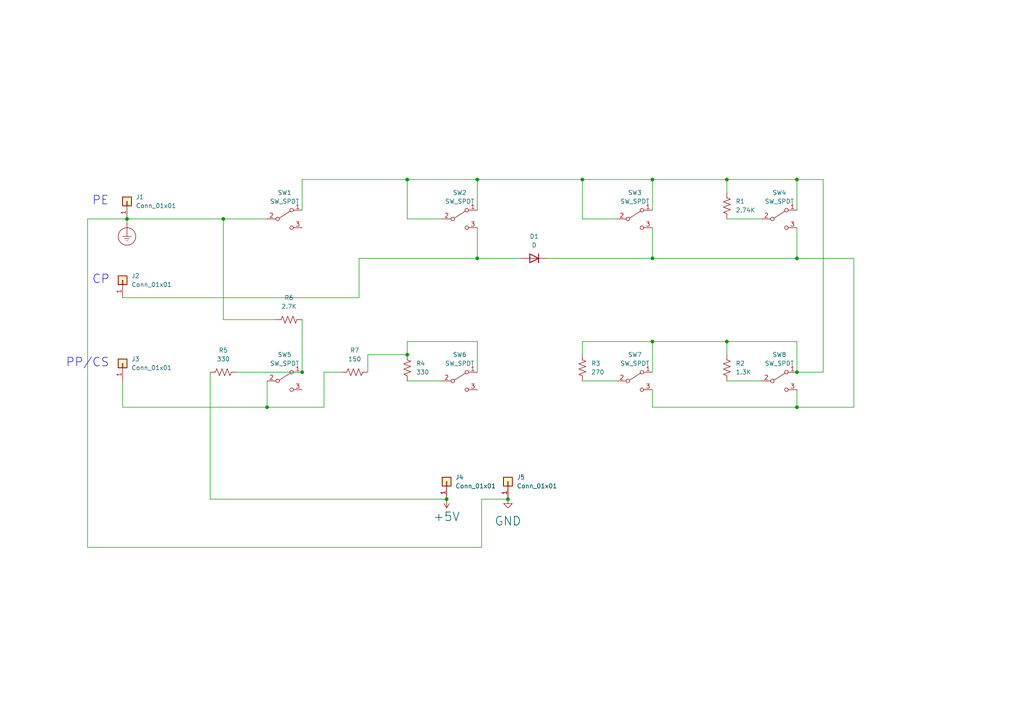
<source format=kicad_sch>
(kicad_sch (version 20230121) (generator eeschema)
  (paper "A4")
  (title_block (title "Control Pilot PCB") (date "12/14/2023") (rev "1.0") (company "Power Innovations International") (comment 3 "Created By: Homer Morrill"))
  (lib_symbols
    (symbol "Connector_Generic:Conn_01x01" (pin_names (offset 1.016) hide)
      (property "Reference" "J" (at 0 2.54 0))
      (property "Value" "Conn_01x01" (at 0 -2.54 0))
      (symbol "Conn_01x01_1_1"
        (rectangle (start -1.27 0.127) (end 0 -0.127) (stroke (width 0.1524)))
        (rectangle (start -1.27 1.27) (end 1.27 -1.27) (stroke (width 0.254)) (fill (type background)))
        (pin passive line (at -5.08 0 0) (length 3.81) (name "Pin_1") (number "1"))
      )
    )
    (symbol "Device:D" (pin_numbers hide) (pin_names (offset 1.016) hide)
      (property "Reference" "D" (at 0 2.54 0))
      (property "Value" "D" (at 0 -2.54 0))
      (symbol "D_0_1"
        (polyline (pts (xy -1.27 1.27) (xy -1.27 -1.27)) (stroke (width 0.254)))
        (polyline (pts (xy 1.27 0) (xy -1.27 0)))
        (polyline (pts (xy 1.27 1.27) (xy 1.27 -1.27) (xy -1.27 0) (xy 1.27 1.27)) (stroke (width 0.254)))
      )
      (symbol "D_1_1"
        (pin passive line (at -3.81 0 0) (length 2.54) (name "K") (number "1"))
        (pin passive line (at 3.81 0 180) (length 2.54) (name "A") (number "2"))
      )
    )
    (symbol "Device:R_US" (pin_numbers hide) (pin_names (offset 0))
      (property "Reference" "R" (at 2.54 0 90))
      (property "Value" "R_US" (at -2.54 0 90))
      (symbol "R_US_0_1"
        (polyline (pts (xy 0 -2.286) (xy 0 -2.54)))
        (polyline (pts (xy 0 2.286) (xy 0 2.54)))
        (polyline (pts (xy 0 -0.762) (xy 1.016 -1.143) (xy 0 -1.524) (xy -1.016 -1.905) (xy 0 -2.286)))
        (polyline (pts (xy 0 0.762) (xy 1.016 0.381) (xy 0 0) (xy -1.016 -0.381) (xy 0 -0.762)))
        (polyline (pts (xy 0 2.286) (xy 1.016 1.905) (xy 0 1.524) (xy -1.016 1.143) (xy 0 0.762)))
      )
      (symbol "R_US_1_1"
        (pin passive line (at 0 3.81 270) (length 1.27) (name "~") (number "1"))
        (pin passive line (at 0 -3.81 90) (length 1.27) (name "~") (number "2"))
      )
    )
    (symbol "Switch:SW_SPDT" (pin_names (offset 0) hide)
      (property "Reference" "SW" (at 0 4.318 0))
      (property "Value" "SW_SPDT" (at 0 -5.08 0))
      (symbol "SW_SPDT_0_0"
        (circle (center -2.032 0) (radius 0.508))
        (circle (center 2.032 -2.54) (radius 0.508))
      )
      (symbol "SW_SPDT_0_1"
        (polyline (pts (xy -1.524 0.254) (xy 1.651 2.286)))
        (circle (center 2.032 2.54) (radius 0.508))
      )
      (symbol "SW_SPDT_1_1"
        (pin passive line (at 5.08 2.54 180) (length 2.54) (name "A") (number "1"))
        (pin passive line (at -5.08 0 0) (length 2.54) (name "B") (number "2"))
        (pin passive line (at 5.08 -2.54 180) (length 2.54) (name "C") (number "3"))
      )
    )
    (symbol "power:+5V" (power) (pin_names (offset 0))
      (property "Value" "+5V" (at 0 3.556 0))
      (symbol "+5V_0_1"
        (polyline (pts (xy -0.762 1.27) (xy 0 2.54)))
        (polyline (pts (xy 0 0) (xy 0 2.54)))
        (polyline (pts (xy 0 2.54) (xy 0.762 1.27)))
      )
      (symbol "+5V_1_1"
        (pin power_in line (at 0 0 90) (length 0) hide (name "+5V") (number "1"))
      )
    )
    (symbol "power:Earth_Protective" (power) (pin_names (offset 0))
      (symbol "Earth_Protective_0_1"
        (circle (center 0 -3.81) (radius 2.54))
        (polyline (pts (xy -0.635 -4.445) (xy 0.635 -4.445)))
        (polyline (pts (xy -0.127 -5.08) (xy 0.127 -5.08)))
        (polyline (pts (xy 0 -3.81) (xy 0 0)))
        (polyline (pts (xy 1.27 -3.81) (xy -1.27 -3.81)))
      )
      (symbol "Earth_Protective_1_1"
        (pin power_in line (at 0 0 270) (length 0) hide (name "Earth_Protective") (number "1"))
      )
    )
    (symbol "power:GND" (power) (pin_names (offset 0))
      (property "Value" "GND" (at 0 -3.81 0))
      (symbol "GND_0_1"
        (polyline (pts (xy 0 0) (xy 0 -1.27) (xy 1.27 -1.27) (xy 0 -2.54) (xy -1.27 -1.27) (xy 0 -1.27)))
      )
      (symbol "GND_1_1"
        (pin power_in line (at 0 0 270) (length 0) hide (name "GND") (number "1"))
      )
    )
  )
  (junction (at 231.14 74.93))
  (junction (at 231.14 52.07))
  (junction (at 77.47 118.11))
  (junction (at 168.91 52.07))
  (junction (at 189.23 52.07))
  (junction (at 210.82 52.07))
  (junction (at 189.23 99.06))
  (junction (at 231.14 118.11))
  (junction (at 64.77 63.5))
  (junction (at 36.83 63.5))
  (junction (at 147.32 144.78))
  (junction (at 129.54 144.78))
  (junction (at 210.82 99.06))
  (junction (at 189.23 74.93))
  (junction (at 87.63 107.95))
  (junction (at 118.11 52.07))
  (junction (at 138.43 52.07))
  (junction (at 231.14 107.95))
  (junction (at 118.11 102.87))
  (junction (at 138.43 74.93))
  (wire (pts (xy 231.14 107.95) (xy 238.76 107.95)))
  (wire (pts (xy 189.23 113.03) (xy 189.23 118.11)))
  (wire (pts (xy 36.83 63.5) (xy 36.83 64.77)))
  (wire (pts (xy 247.65 74.93) (xy 247.65 118.11)))
  (wire (pts (xy 118.11 99.06) (xy 138.43 99.06)))
  (wire (pts (xy 77.47 118.11) (xy 93.98 118.11)))
  (wire (pts (xy 210.82 52.07) (xy 210.82 55.88)))
  (wire (pts (xy 60.96 144.78) (xy 129.54 144.78)))
  (wire (pts (xy 189.23 118.11) (xy 231.14 118.11)))
  (wire (pts (xy 118.11 52.07) (xy 118.11 63.5)))
  (wire (pts (xy 210.82 63.5) (xy 220.98 63.5)))
  (wire (pts (xy 35.56 118.11) (xy 77.47 118.11)))
  (wire (pts (xy 210.82 99.06) (xy 210.82 102.87)))
  (wire (pts (xy 189.23 52.07) (xy 189.23 60.96)))
  (wire (pts (xy 68.58 107.95) (xy 87.63 107.95)))
  (wire (pts (xy 138.43 74.93) (xy 104.14 74.93)))
  (wire (pts (xy 138.43 99.06) (xy 138.43 107.95)))
  (wire (pts (xy 210.82 110.49) (xy 220.98 110.49)))
  (wire (pts (xy 106.68 102.87) (xy 118.11 102.87)))
  (wire (pts (xy 231.14 113.03) (xy 231.14 118.11)))
  (wire (pts (xy 138.43 66.04) (xy 138.43 74.93)))
  (wire (pts (xy 189.23 74.93) (xy 231.14 74.93)))
  (wire (pts (xy 168.91 99.06) (xy 189.23 99.06)))
  (wire (pts (xy 210.82 99.06) (xy 231.14 99.06)))
  (wire (pts (xy 189.23 66.04) (xy 189.23 74.93)))
  (wire (pts (xy 106.68 107.95) (xy 106.68 102.87)))
  (wire (pts (xy 118.11 99.06) (xy 118.11 102.87)))
  (wire (pts (xy 168.91 99.06) (xy 168.91 102.87)))
  (wire (pts (xy 87.63 52.07) (xy 87.63 60.96)))
  (wire (pts (xy 87.63 92.71) (xy 87.63 107.95)))
  (wire (pts (xy 87.63 52.07) (xy 118.11 52.07)))
  (wire (pts (xy 77.47 63.5) (xy 64.77 63.5)))
  (wire (pts (xy 179.07 63.5) (xy 168.91 63.5)))
  (wire (pts (xy 238.76 52.07) (xy 231.14 52.07)))
  (wire (pts (xy 189.23 99.06) (xy 189.23 107.95)))
  (wire (pts (xy 93.98 107.95) (xy 99.06 107.95)))
  (wire (pts (xy 35.56 118.11) (xy 35.56 110.49)))
  (wire (pts (xy 25.4 158.75) (xy 25.4 63.5)))
  (wire (pts (xy 77.47 118.11) (xy 77.47 110.49)))
  (wire (pts (xy 238.76 107.95) (xy 238.76 52.07)))
  (wire (pts (xy 139.7 144.78) (xy 139.7 158.75)))
  (wire (pts (xy 147.32 144.78) (xy 139.7 144.78)))
  (wire (pts (xy 118.11 52.07) (xy 138.43 52.07)))
  (wire (pts (xy 231.14 52.07) (xy 231.14 60.96)))
  (wire (pts (xy 80.01 92.71) (xy 64.77 92.71)))
  (wire (pts (xy 189.23 52.07) (xy 210.82 52.07)))
  (wire (pts (xy 93.98 107.95) (xy 93.98 118.11)))
  (wire (pts (xy 64.77 63.5) (xy 36.83 63.5)))
  (wire (pts (xy 104.14 86.36) (xy 35.56 86.36)))
  (wire (pts (xy 60.96 107.95) (xy 60.96 144.78)))
  (wire (pts (xy 247.65 118.11) (xy 231.14 118.11)))
  (wire (pts (xy 210.82 52.07) (xy 231.14 52.07)))
  (wire (pts (xy 138.43 52.07) (xy 138.43 60.96)))
  (wire (pts (xy 168.91 52.07) (xy 168.91 63.5)))
  (wire (pts (xy 189.23 99.06) (xy 210.82 99.06)))
  (wire (pts (xy 168.91 52.07) (xy 189.23 52.07)))
  (wire (pts (xy 138.43 74.93) (xy 151.13 74.93)))
  (wire (pts (xy 231.14 99.06) (xy 231.14 107.95)))
  (wire (pts (xy 158.75 74.93) (xy 189.23 74.93)))
  (wire (pts (xy 64.77 92.71) (xy 64.77 63.5)))
  (wire (pts (xy 128.27 63.5) (xy 118.11 63.5)))
  (wire (pts (xy 104.14 74.93) (xy 104.14 86.36)))
  (wire (pts (xy 168.91 110.49) (xy 179.07 110.49)))
  (wire (pts (xy 231.14 74.93) (xy 247.65 74.93)))
  (wire (pts (xy 138.43 52.07) (xy 168.91 52.07)))
  (wire (pts (xy 25.4 63.5) (xy 36.83 63.5)))
  (wire (pts (xy 231.14 66.04) (xy 231.14 74.93)))
  (wire (pts (xy 118.11 110.49) (xy 128.27 110.49)))
  (wire (pts (xy 139.7 158.75) (xy 25.4 158.75)))
  (text "CP" (at 26.67 82.55 0) (effects (font (size 2.5 2.5)) (justify left bottom)))
  (text "PE" (at 26.67 59.69 0) (effects (font (size 2.5 2.5)) (justify left bottom)))
  (text "PP/CS" (at 19.05 106.68 0) (effects (font (size 2.5 2.5)) (justify left bottom)))
  (symbol (lib_id "Switch:SW_SPDT") (at 82.55 63.5 0) (unit 1)
    (property "Reference" "SW1" (at 82.55 55.88 0))
    (property "Value" "SW_SPDT" (at 82.55 58.42 0))
    (property "Footprint" "Connector_PinHeader_2.54mm:PinHeader_1x03_P2.54mm_Vertical" (effects hide))
  )
  (symbol (lib_id "Device:R_US") (at 210.82 59.69 0) (unit 1)
    (property "Reference" "R1" (at 213.36 58.42 0) (effects (justify left)))
    (property "Value" "2.74K" (at 213.36 60.96 0) (effects (justify left)))
    (property "Footprint" "Resistor_THT:R_Axial_DIN0204_L3.6mm_D1.6mm_P5.08mm_Horizontal" (effects hide))
  )
  (symbol (lib_id "Switch:SW_SPDT") (at 82.55 110.49 0) (unit 1)
    (property "Reference" "SW5" (at 82.55 102.87 0))
    (property "Value" "SW_SPDT" (at 82.55 105.41 0))
    (property "Footprint" "Connector_PinHeader_2.54mm:PinHeader_1x03_P2.54mm_Vertical" (effects hide))
  )
  (symbol (lib_id "Connector_Generic:Conn_01x01") (at 129.54 139.7 90) (unit 1)
    (property "Reference" "J4" (at 132.08 138.43 90) (effects (justify right)))
    (property "Value" "Conn_01x01" (at 132.08 140.97 90) (effects (justify right)))
    (property "Footprint" "Connector_PinHeader_2.54mm:PinHeader_1x01_P2.54mm_Vertical" (effects hide))
  )
  (symbol (lib_id "Device:D") (at 154.94 74.93 0) (mirror y) (unit 1)
    (property "Reference" "D1" (at 154.94 68.58 0))
    (property "Value" "D" (at 154.94 71.12 0))
    (property "Footprint" "Diode_THT:D_DO-15_P10.16mm_Horizontal" (effects hide))
    (property "Sim.Device" "D" (effects hide))
    (property "Sim.Pins" "1=K 2=A" (effects hide))
  )
  (symbol (lib_id "Device:R_US") (at 210.82 106.68 0) (unit 1)
    (property "Reference" "R2" (at 213.36 105.41 0) (effects (justify left)))
    (property "Value" "1.3K" (at 213.36 107.95 0) (effects (justify left)))
    (property "Footprint" "Resistor_THT:R_Axial_DIN0204_L3.6mm_D1.6mm_P5.08mm_Horizontal" (effects hide))
  )
  (symbol (lib_id "Connector_Generic:Conn_01x01") (at 147.32 139.7 90) (unit 1)
    (property "Reference" "J5" (at 149.86 138.43 90) (effects (justify right)))
    (property "Value" "Conn_01x01" (at 149.86 140.97 90) (effects (justify right)))
    (property "Footprint" "Connector_PinHeader_2.54mm:PinHeader_1x01_P2.54mm_Vertical" (effects hide))
  )
  (symbol (lib_id "Device:R_US") (at 118.11 106.68 0) (unit 1)
    (property "Reference" "R4" (at 120.65 105.41 0) (effects (justify left)))
    (property "Value" "330" (at 120.65 107.95 0) (effects (justify left)))
    (property "Footprint" "Resistor_THT:R_Axial_DIN0204_L3.6mm_D1.6mm_P5.08mm_Horizontal" (effects hide))
  )
  (symbol (lib_id "Switch:SW_SPDT") (at 226.06 110.49 0) (unit 1)
    (property "Reference" "SW8" (at 226.06 102.87 0))
    (property "Value" "SW_SPDT" (at 226.06 105.41 0))
    (property "Footprint" "Connector_PinHeader_2.54mm:PinHeader_1x03_P2.54mm_Vertical" (effects hide))
  )
  (symbol (lib_id "Device:R_US") (at 83.82 92.71 270) (unit 1)
    (property "Reference" "R6" (at 83.82 86.36 90))
    (property "Value" "2.7K" (at 83.82 88.9 90))
    (property "Footprint" "Resistor_THT:R_Axial_DIN0204_L3.6mm_D1.6mm_P5.08mm_Horizontal" (effects hide))
  )
  (symbol (lib_id "Switch:SW_SPDT") (at 133.35 110.49 0) (unit 1)
    (property "Reference" "SW6" (at 133.35 102.87 0))
    (property "Value" "SW_SPDT" (at 133.35 105.41 0))
    (property "Footprint" "Connector_PinHeader_2.54mm:PinHeader_1x03_P2.54mm_Vertical" (effects hide))
  )
  (symbol (lib_id "Device:R_US") (at 64.77 107.95 270) (unit 1)
    (property "Reference" "R5" (at 64.77 101.6 90))
    (property "Value" "330" (at 64.77 104.14 90))
    (property "Footprint" "Resistor_THT:R_Axial_DIN0204_L3.6mm_D1.6mm_P5.08mm_Horizontal" (effects hide))
  )
  (symbol (lib_id "Connector_Generic:Conn_01x01") (at 35.56 81.28 90) (unit 1)
    (property "Reference" "J2" (at 38.1 80.01 90) (effects (justify right)))
    (property "Value" "Conn_01x01" (at 38.1 82.55 90) (effects (justify right)))
    (property "Footprint" "Connector_PinHeader_2.54mm:PinHeader_1x01_P2.54mm_Vertical" (effects hide))
  )
  (symbol (lib_id "Device:R_US") (at 168.91 106.68 0) (unit 1)
    (property "Reference" "R3" (at 171.45 105.41 0) (effects (justify left)))
    (property "Value" "270" (at 171.45 107.95 0) (effects (justify left)))
    (property "Footprint" "Resistor_THT:R_Axial_DIN0204_L3.6mm_D1.6mm_P5.08mm_Horizontal" (effects hide))
  )
  (symbol (lib_id "Switch:SW_SPDT") (at 226.06 63.5 0) (unit 1)
    (property "Reference" "SW4" (at 226.06 55.88 0))
    (property "Value" "SW_SPDT" (at 226.06 58.42 0))
    (property "Footprint" "Connector_PinHeader_2.54mm:PinHeader_1x03_P2.54mm_Vertical" (effects hide))
  )
  (symbol (lib_id "Connector_Generic:Conn_01x01") (at 35.56 105.41 90) (unit 1)
    (property "Reference" "J3" (at 38.1 104.14 90) (effects (justify right)))
    (property "Value" "Conn_01x01" (at 38.1 106.68 90) (effects (justify right)))
    (property "Footprint" "Connector_PinHeader_2.54mm:PinHeader_1x01_P2.54mm_Vertical" (effects hide))
  )
  (symbol (lib_id "power:+5V") (at 129.54 144.78 0) (mirror x) (unit 1)
    (property "Reference" "#PWR02" (effects hide))
    (property "Value" "+5V" (at 129.54 149.86 0) (effects (font (size 2.5 2.5))))
  )
  (symbol (lib_id "Device:R_US") (at 102.87 107.95 270) (unit 1)
    (property "Reference" "R7" (at 102.87 101.6 90))
    (property "Value" "150" (at 102.87 104.14 90))
    (property "Footprint" "Resistor_THT:R_Axial_DIN0204_L3.6mm_D1.6mm_P5.08mm_Horizontal" (effects hide))
  )
  (symbol (lib_id "Switch:SW_SPDT") (at 184.15 63.5 0) (unit 1)
    (property "Reference" "SW3" (at 184.15 55.88 0))
    (property "Value" "SW_SPDT" (at 184.15 58.42 0))
    (property "Footprint" "Connector_PinHeader_2.54mm:PinHeader_1x03_P2.54mm_Vertical" (effects hide))
  )
  (symbol (lib_id "Switch:SW_SPDT") (at 184.15 110.49 0) (unit 1)
    (property "Reference" "SW7" (at 184.15 102.87 0))
    (property "Value" "SW_SPDT" (at 184.15 105.41 0))
    (property "Footprint" "Connector_PinHeader_2.54mm:PinHeader_1x03_P2.54mm_Vertical" (effects hide))
  )
  (symbol (lib_id "power:GND") (at 147.32 144.78 0) (unit 1)
    (property "Reference" "#PWR03" (effects hide))
    (property "Value" "GND" (at 147.32 151.13 0) (effects (font (size 2.5 2.5))))
  )
  (symbol (lib_id "power:Earth_Protective") (at 36.83 64.77 0) (unit 1)
    (property "Reference" "#PWR01" (effects hide))
    (property "Value" "Earth_Protective" (effects hide))
  )
  (symbol (lib_id "Switch:SW_SPDT") (at 133.35 63.5 0) (unit 1)
    (property "Reference" "SW2" (at 133.35 55.88 0))
    (property "Value" "SW_SPDT" (at 133.35 58.42 0))
    (property "Footprint" "Connector_PinHeader_2.54mm:PinHeader_1x03_P2.54mm_Vertical" (effects hide))
  )
  (symbol (lib_id "Connector_Generic:Conn_01x01") (at 36.83 58.42 90) (unit 1)
    (property "Reference" "J1" (at 39.37 57.15 90) (effects (justify right)))
    (property "Value" "Conn_01x01" (at 39.37 59.69 90) (effects (justify right)))
    (property "Footprint" "Connector_PinHeader_2.54mm:PinHeader_1x01_P2.54mm_Vertical" (effects hide))
  )
)
</source>
